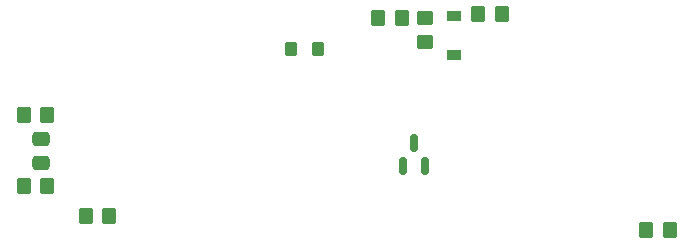
<source format=gbr>
%TF.GenerationSoftware,KiCad,Pcbnew,6.0.2+dfsg-1*%
%TF.CreationDate,2023-01-29T17:25:43-05:00*%
%TF.ProjectId,sensor-board,73656e73-6f72-42d6-926f-6172642e6b69,rev?*%
%TF.SameCoordinates,Original*%
%TF.FileFunction,Paste,Bot*%
%TF.FilePolarity,Positive*%
%FSLAX46Y46*%
G04 Gerber Fmt 4.6, Leading zero omitted, Abs format (unit mm)*
G04 Created by KiCad (PCBNEW 6.0.2+dfsg-1) date 2023-01-29 17:25:43*
%MOMM*%
%LPD*%
G01*
G04 APERTURE LIST*
G04 Aperture macros list*
%AMRoundRect*
0 Rectangle with rounded corners*
0 $1 Rounding radius*
0 $2 $3 $4 $5 $6 $7 $8 $9 X,Y pos of 4 corners*
0 Add a 4 corners polygon primitive as box body*
4,1,4,$2,$3,$4,$5,$6,$7,$8,$9,$2,$3,0*
0 Add four circle primitives for the rounded corners*
1,1,$1+$1,$2,$3*
1,1,$1+$1,$4,$5*
1,1,$1+$1,$6,$7*
1,1,$1+$1,$8,$9*
0 Add four rect primitives between the rounded corners*
20,1,$1+$1,$2,$3,$4,$5,0*
20,1,$1+$1,$4,$5,$6,$7,0*
20,1,$1+$1,$6,$7,$8,$9,0*
20,1,$1+$1,$8,$9,$2,$3,0*%
G04 Aperture macros list end*
%ADD10RoundRect,0.250000X0.350000X0.450000X-0.350000X0.450000X-0.350000X-0.450000X0.350000X-0.450000X0*%
%ADD11RoundRect,0.250000X-0.350000X-0.450000X0.350000X-0.450000X0.350000X0.450000X-0.350000X0.450000X0*%
%ADD12RoundRect,0.250000X0.450000X-0.350000X0.450000X0.350000X-0.450000X0.350000X-0.450000X-0.350000X0*%
%ADD13RoundRect,0.250000X0.475000X-0.337500X0.475000X0.337500X-0.475000X0.337500X-0.475000X-0.337500X0*%
%ADD14R,1.200000X0.900000*%
%ADD15RoundRect,0.150000X0.150000X-0.587500X0.150000X0.587500X-0.150000X0.587500X-0.150000X-0.587500X0*%
%ADD16RoundRect,0.250000X-0.275000X-0.350000X0.275000X-0.350000X0.275000X0.350000X-0.275000X0.350000X0*%
G04 APERTURE END LIST*
D10*
%TO.C,R6*%
X117500000Y-126400000D03*
X115500000Y-126400000D03*
%TD*%
D11*
%TO.C,R3*%
X129700000Y-144700000D03*
X131700000Y-144700000D03*
%TD*%
D12*
%TO.C,R4*%
X111000000Y-128800000D03*
X111000000Y-126800000D03*
%TD*%
D13*
%TO.C,C4*%
X78500000Y-139037500D03*
X78500000Y-136962500D03*
%TD*%
D10*
%TO.C,R11*%
X79000000Y-141000000D03*
X77000000Y-141000000D03*
%TD*%
D14*
%TO.C,D3*%
X113400000Y-126600000D03*
X113400000Y-129900000D03*
%TD*%
D10*
%TO.C,R12*%
X79000000Y-135000000D03*
X77000000Y-135000000D03*
%TD*%
%TO.C,R10*%
X84250000Y-143500000D03*
X82250000Y-143500000D03*
%TD*%
D15*
%TO.C,Q1*%
X111000000Y-139250000D03*
X109100000Y-139250000D03*
X110050000Y-137375000D03*
%TD*%
D10*
%TO.C,R7*%
X109000000Y-126800000D03*
X107000000Y-126800000D03*
%TD*%
D16*
%TO.C,L1*%
X99650000Y-129400000D03*
X101950000Y-129400000D03*
%TD*%
M02*

</source>
